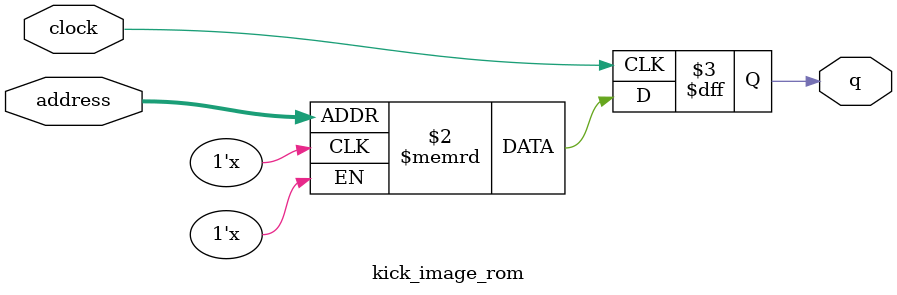
<source format=sv>
module kick_image_rom (
	input logic clock,
	input logic [10:0] address,
	output logic [0:0] q
);

logic [0:0] memory [0:1224] /* synthesis ram_init_file = "./kick_image/kick_image.mif" */;

always_ff @ (posedge clock) begin
	q <= memory[address];
end

endmodule

</source>
